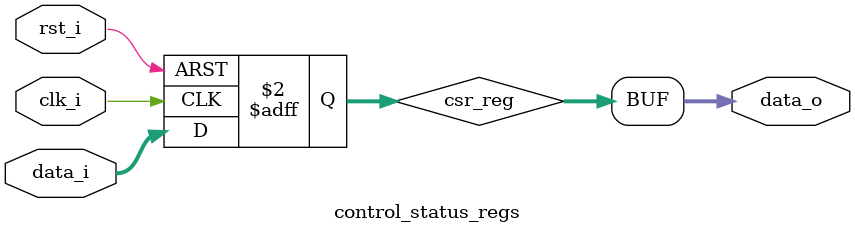
<source format=sv>
/*
 * Basic Register module implementation to build Control and Status Registers
 */

module control_status_regs #(
  parameter int REGISTER_WIDTH = 32
) (
  input logic                                 clk_i,
  input logic                                 rst_i,
  input logic [REGISTER_WIDTH-1 : 0]  data_i,
  output logic [REGISTER_WIDTH-1 : 0] data_o
);

  // localparam BIT_WIDTH = $clog2(REGISTER_WIDTH);

  logic [REGISTER_WIDTH-1: 0] csr_reg;

  always_ff @(posedge clk_i or posedge rst_i) begin
    if(rst_i) begin
      csr_reg <= REGISTER_WIDTH'(0);
    end else begin
      csr_reg <= data_i;
    end
  end

  assign data_o = csr_reg;

endmodule

</source>
